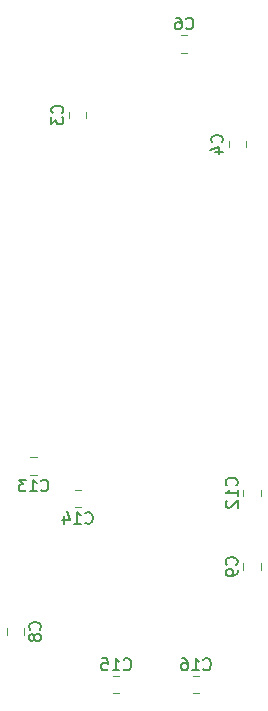
<source format=gbr>
%TF.GenerationSoftware,KiCad,Pcbnew,8.0.7*%
%TF.CreationDate,2025-04-02T17:47:29-05:00*%
%TF.ProjectId,FinalBoard,46696e61-6c42-46f6-9172-642e6b696361,rev?*%
%TF.SameCoordinates,Original*%
%TF.FileFunction,Legend,Bot*%
%TF.FilePolarity,Positive*%
%FSLAX46Y46*%
G04 Gerber Fmt 4.6, Leading zero omitted, Abs format (unit mm)*
G04 Created by KiCad (PCBNEW 8.0.7) date 2025-04-02 17:47:29*
%MOMM*%
%LPD*%
G01*
G04 APERTURE LIST*
%ADD10C,0.150000*%
%ADD11C,0.120000*%
G04 APERTURE END LIST*
D10*
X151642857Y-113179580D02*
X151690476Y-113227200D01*
X151690476Y-113227200D02*
X151833333Y-113274819D01*
X151833333Y-113274819D02*
X151928571Y-113274819D01*
X151928571Y-113274819D02*
X152071428Y-113227200D01*
X152071428Y-113227200D02*
X152166666Y-113131961D01*
X152166666Y-113131961D02*
X152214285Y-113036723D01*
X152214285Y-113036723D02*
X152261904Y-112846247D01*
X152261904Y-112846247D02*
X152261904Y-112703390D01*
X152261904Y-112703390D02*
X152214285Y-112512914D01*
X152214285Y-112512914D02*
X152166666Y-112417676D01*
X152166666Y-112417676D02*
X152071428Y-112322438D01*
X152071428Y-112322438D02*
X151928571Y-112274819D01*
X151928571Y-112274819D02*
X151833333Y-112274819D01*
X151833333Y-112274819D02*
X151690476Y-112322438D01*
X151690476Y-112322438D02*
X151642857Y-112370057D01*
X150690476Y-113274819D02*
X151261904Y-113274819D01*
X150976190Y-113274819D02*
X150976190Y-112274819D01*
X150976190Y-112274819D02*
X151071428Y-112417676D01*
X151071428Y-112417676D02*
X151166666Y-112512914D01*
X151166666Y-112512914D02*
X151261904Y-112560533D01*
X149833333Y-112274819D02*
X150023809Y-112274819D01*
X150023809Y-112274819D02*
X150119047Y-112322438D01*
X150119047Y-112322438D02*
X150166666Y-112370057D01*
X150166666Y-112370057D02*
X150261904Y-112512914D01*
X150261904Y-112512914D02*
X150309523Y-112703390D01*
X150309523Y-112703390D02*
X150309523Y-113084342D01*
X150309523Y-113084342D02*
X150261904Y-113179580D01*
X150261904Y-113179580D02*
X150214285Y-113227200D01*
X150214285Y-113227200D02*
X150119047Y-113274819D01*
X150119047Y-113274819D02*
X149928571Y-113274819D01*
X149928571Y-113274819D02*
X149833333Y-113227200D01*
X149833333Y-113227200D02*
X149785714Y-113179580D01*
X149785714Y-113179580D02*
X149738095Y-113084342D01*
X149738095Y-113084342D02*
X149738095Y-112846247D01*
X149738095Y-112846247D02*
X149785714Y-112751009D01*
X149785714Y-112751009D02*
X149833333Y-112703390D01*
X149833333Y-112703390D02*
X149928571Y-112655771D01*
X149928571Y-112655771D02*
X150119047Y-112655771D01*
X150119047Y-112655771D02*
X150214285Y-112703390D01*
X150214285Y-112703390D02*
X150261904Y-112751009D01*
X150261904Y-112751009D02*
X150309523Y-112846247D01*
X144892857Y-113179580D02*
X144940476Y-113227200D01*
X144940476Y-113227200D02*
X145083333Y-113274819D01*
X145083333Y-113274819D02*
X145178571Y-113274819D01*
X145178571Y-113274819D02*
X145321428Y-113227200D01*
X145321428Y-113227200D02*
X145416666Y-113131961D01*
X145416666Y-113131961D02*
X145464285Y-113036723D01*
X145464285Y-113036723D02*
X145511904Y-112846247D01*
X145511904Y-112846247D02*
X145511904Y-112703390D01*
X145511904Y-112703390D02*
X145464285Y-112512914D01*
X145464285Y-112512914D02*
X145416666Y-112417676D01*
X145416666Y-112417676D02*
X145321428Y-112322438D01*
X145321428Y-112322438D02*
X145178571Y-112274819D01*
X145178571Y-112274819D02*
X145083333Y-112274819D01*
X145083333Y-112274819D02*
X144940476Y-112322438D01*
X144940476Y-112322438D02*
X144892857Y-112370057D01*
X143940476Y-113274819D02*
X144511904Y-113274819D01*
X144226190Y-113274819D02*
X144226190Y-112274819D01*
X144226190Y-112274819D02*
X144321428Y-112417676D01*
X144321428Y-112417676D02*
X144416666Y-112512914D01*
X144416666Y-112512914D02*
X144511904Y-112560533D01*
X143035714Y-112274819D02*
X143511904Y-112274819D01*
X143511904Y-112274819D02*
X143559523Y-112751009D01*
X143559523Y-112751009D02*
X143511904Y-112703390D01*
X143511904Y-112703390D02*
X143416666Y-112655771D01*
X143416666Y-112655771D02*
X143178571Y-112655771D01*
X143178571Y-112655771D02*
X143083333Y-112703390D01*
X143083333Y-112703390D02*
X143035714Y-112751009D01*
X143035714Y-112751009D02*
X142988095Y-112846247D01*
X142988095Y-112846247D02*
X142988095Y-113084342D01*
X142988095Y-113084342D02*
X143035714Y-113179580D01*
X143035714Y-113179580D02*
X143083333Y-113227200D01*
X143083333Y-113227200D02*
X143178571Y-113274819D01*
X143178571Y-113274819D02*
X143416666Y-113274819D01*
X143416666Y-113274819D02*
X143511904Y-113227200D01*
X143511904Y-113227200D02*
X143559523Y-113179580D01*
X141642857Y-100789580D02*
X141690476Y-100837200D01*
X141690476Y-100837200D02*
X141833333Y-100884819D01*
X141833333Y-100884819D02*
X141928571Y-100884819D01*
X141928571Y-100884819D02*
X142071428Y-100837200D01*
X142071428Y-100837200D02*
X142166666Y-100741961D01*
X142166666Y-100741961D02*
X142214285Y-100646723D01*
X142214285Y-100646723D02*
X142261904Y-100456247D01*
X142261904Y-100456247D02*
X142261904Y-100313390D01*
X142261904Y-100313390D02*
X142214285Y-100122914D01*
X142214285Y-100122914D02*
X142166666Y-100027676D01*
X142166666Y-100027676D02*
X142071428Y-99932438D01*
X142071428Y-99932438D02*
X141928571Y-99884819D01*
X141928571Y-99884819D02*
X141833333Y-99884819D01*
X141833333Y-99884819D02*
X141690476Y-99932438D01*
X141690476Y-99932438D02*
X141642857Y-99980057D01*
X140690476Y-100884819D02*
X141261904Y-100884819D01*
X140976190Y-100884819D02*
X140976190Y-99884819D01*
X140976190Y-99884819D02*
X141071428Y-100027676D01*
X141071428Y-100027676D02*
X141166666Y-100122914D01*
X141166666Y-100122914D02*
X141261904Y-100170533D01*
X139833333Y-100218152D02*
X139833333Y-100884819D01*
X140071428Y-99837200D02*
X140309523Y-100551485D01*
X140309523Y-100551485D02*
X139690476Y-100551485D01*
X137892857Y-98039580D02*
X137940476Y-98087200D01*
X137940476Y-98087200D02*
X138083333Y-98134819D01*
X138083333Y-98134819D02*
X138178571Y-98134819D01*
X138178571Y-98134819D02*
X138321428Y-98087200D01*
X138321428Y-98087200D02*
X138416666Y-97991961D01*
X138416666Y-97991961D02*
X138464285Y-97896723D01*
X138464285Y-97896723D02*
X138511904Y-97706247D01*
X138511904Y-97706247D02*
X138511904Y-97563390D01*
X138511904Y-97563390D02*
X138464285Y-97372914D01*
X138464285Y-97372914D02*
X138416666Y-97277676D01*
X138416666Y-97277676D02*
X138321428Y-97182438D01*
X138321428Y-97182438D02*
X138178571Y-97134819D01*
X138178571Y-97134819D02*
X138083333Y-97134819D01*
X138083333Y-97134819D02*
X137940476Y-97182438D01*
X137940476Y-97182438D02*
X137892857Y-97230057D01*
X136940476Y-98134819D02*
X137511904Y-98134819D01*
X137226190Y-98134819D02*
X137226190Y-97134819D01*
X137226190Y-97134819D02*
X137321428Y-97277676D01*
X137321428Y-97277676D02*
X137416666Y-97372914D01*
X137416666Y-97372914D02*
X137511904Y-97420533D01*
X136607142Y-97134819D02*
X135988095Y-97134819D01*
X135988095Y-97134819D02*
X136321428Y-97515771D01*
X136321428Y-97515771D02*
X136178571Y-97515771D01*
X136178571Y-97515771D02*
X136083333Y-97563390D01*
X136083333Y-97563390D02*
X136035714Y-97611009D01*
X136035714Y-97611009D02*
X135988095Y-97706247D01*
X135988095Y-97706247D02*
X135988095Y-97944342D01*
X135988095Y-97944342D02*
X136035714Y-98039580D01*
X136035714Y-98039580D02*
X136083333Y-98087200D01*
X136083333Y-98087200D02*
X136178571Y-98134819D01*
X136178571Y-98134819D02*
X136464285Y-98134819D01*
X136464285Y-98134819D02*
X136559523Y-98087200D01*
X136559523Y-98087200D02*
X136607142Y-98039580D01*
X154429580Y-97607142D02*
X154477200Y-97559523D01*
X154477200Y-97559523D02*
X154524819Y-97416666D01*
X154524819Y-97416666D02*
X154524819Y-97321428D01*
X154524819Y-97321428D02*
X154477200Y-97178571D01*
X154477200Y-97178571D02*
X154381961Y-97083333D01*
X154381961Y-97083333D02*
X154286723Y-97035714D01*
X154286723Y-97035714D02*
X154096247Y-96988095D01*
X154096247Y-96988095D02*
X153953390Y-96988095D01*
X153953390Y-96988095D02*
X153762914Y-97035714D01*
X153762914Y-97035714D02*
X153667676Y-97083333D01*
X153667676Y-97083333D02*
X153572438Y-97178571D01*
X153572438Y-97178571D02*
X153524819Y-97321428D01*
X153524819Y-97321428D02*
X153524819Y-97416666D01*
X153524819Y-97416666D02*
X153572438Y-97559523D01*
X153572438Y-97559523D02*
X153620057Y-97607142D01*
X154524819Y-98559523D02*
X154524819Y-97988095D01*
X154524819Y-98273809D02*
X153524819Y-98273809D01*
X153524819Y-98273809D02*
X153667676Y-98178571D01*
X153667676Y-98178571D02*
X153762914Y-98083333D01*
X153762914Y-98083333D02*
X153810533Y-97988095D01*
X153620057Y-98940476D02*
X153572438Y-98988095D01*
X153572438Y-98988095D02*
X153524819Y-99083333D01*
X153524819Y-99083333D02*
X153524819Y-99321428D01*
X153524819Y-99321428D02*
X153572438Y-99416666D01*
X153572438Y-99416666D02*
X153620057Y-99464285D01*
X153620057Y-99464285D02*
X153715295Y-99511904D01*
X153715295Y-99511904D02*
X153810533Y-99511904D01*
X153810533Y-99511904D02*
X153953390Y-99464285D01*
X153953390Y-99464285D02*
X154524819Y-98892857D01*
X154524819Y-98892857D02*
X154524819Y-99511904D01*
X154429580Y-104333333D02*
X154477200Y-104285714D01*
X154477200Y-104285714D02*
X154524819Y-104142857D01*
X154524819Y-104142857D02*
X154524819Y-104047619D01*
X154524819Y-104047619D02*
X154477200Y-103904762D01*
X154477200Y-103904762D02*
X154381961Y-103809524D01*
X154381961Y-103809524D02*
X154286723Y-103761905D01*
X154286723Y-103761905D02*
X154096247Y-103714286D01*
X154096247Y-103714286D02*
X153953390Y-103714286D01*
X153953390Y-103714286D02*
X153762914Y-103761905D01*
X153762914Y-103761905D02*
X153667676Y-103809524D01*
X153667676Y-103809524D02*
X153572438Y-103904762D01*
X153572438Y-103904762D02*
X153524819Y-104047619D01*
X153524819Y-104047619D02*
X153524819Y-104142857D01*
X153524819Y-104142857D02*
X153572438Y-104285714D01*
X153572438Y-104285714D02*
X153620057Y-104333333D01*
X154524819Y-104809524D02*
X154524819Y-105000000D01*
X154524819Y-105000000D02*
X154477200Y-105095238D01*
X154477200Y-105095238D02*
X154429580Y-105142857D01*
X154429580Y-105142857D02*
X154286723Y-105238095D01*
X154286723Y-105238095D02*
X154096247Y-105285714D01*
X154096247Y-105285714D02*
X153715295Y-105285714D01*
X153715295Y-105285714D02*
X153620057Y-105238095D01*
X153620057Y-105238095D02*
X153572438Y-105190476D01*
X153572438Y-105190476D02*
X153524819Y-105095238D01*
X153524819Y-105095238D02*
X153524819Y-104904762D01*
X153524819Y-104904762D02*
X153572438Y-104809524D01*
X153572438Y-104809524D02*
X153620057Y-104761905D01*
X153620057Y-104761905D02*
X153715295Y-104714286D01*
X153715295Y-104714286D02*
X153953390Y-104714286D01*
X153953390Y-104714286D02*
X154048628Y-104761905D01*
X154048628Y-104761905D02*
X154096247Y-104809524D01*
X154096247Y-104809524D02*
X154143866Y-104904762D01*
X154143866Y-104904762D02*
X154143866Y-105095238D01*
X154143866Y-105095238D02*
X154096247Y-105190476D01*
X154096247Y-105190476D02*
X154048628Y-105238095D01*
X154048628Y-105238095D02*
X153953390Y-105285714D01*
X137789580Y-109833333D02*
X137837200Y-109785714D01*
X137837200Y-109785714D02*
X137884819Y-109642857D01*
X137884819Y-109642857D02*
X137884819Y-109547619D01*
X137884819Y-109547619D02*
X137837200Y-109404762D01*
X137837200Y-109404762D02*
X137741961Y-109309524D01*
X137741961Y-109309524D02*
X137646723Y-109261905D01*
X137646723Y-109261905D02*
X137456247Y-109214286D01*
X137456247Y-109214286D02*
X137313390Y-109214286D01*
X137313390Y-109214286D02*
X137122914Y-109261905D01*
X137122914Y-109261905D02*
X137027676Y-109309524D01*
X137027676Y-109309524D02*
X136932438Y-109404762D01*
X136932438Y-109404762D02*
X136884819Y-109547619D01*
X136884819Y-109547619D02*
X136884819Y-109642857D01*
X136884819Y-109642857D02*
X136932438Y-109785714D01*
X136932438Y-109785714D02*
X136980057Y-109833333D01*
X137313390Y-110404762D02*
X137265771Y-110309524D01*
X137265771Y-110309524D02*
X137218152Y-110261905D01*
X137218152Y-110261905D02*
X137122914Y-110214286D01*
X137122914Y-110214286D02*
X137075295Y-110214286D01*
X137075295Y-110214286D02*
X136980057Y-110261905D01*
X136980057Y-110261905D02*
X136932438Y-110309524D01*
X136932438Y-110309524D02*
X136884819Y-110404762D01*
X136884819Y-110404762D02*
X136884819Y-110595238D01*
X136884819Y-110595238D02*
X136932438Y-110690476D01*
X136932438Y-110690476D02*
X136980057Y-110738095D01*
X136980057Y-110738095D02*
X137075295Y-110785714D01*
X137075295Y-110785714D02*
X137122914Y-110785714D01*
X137122914Y-110785714D02*
X137218152Y-110738095D01*
X137218152Y-110738095D02*
X137265771Y-110690476D01*
X137265771Y-110690476D02*
X137313390Y-110595238D01*
X137313390Y-110595238D02*
X137313390Y-110404762D01*
X137313390Y-110404762D02*
X137361009Y-110309524D01*
X137361009Y-110309524D02*
X137408628Y-110261905D01*
X137408628Y-110261905D02*
X137503866Y-110214286D01*
X137503866Y-110214286D02*
X137694342Y-110214286D01*
X137694342Y-110214286D02*
X137789580Y-110261905D01*
X137789580Y-110261905D02*
X137837200Y-110309524D01*
X137837200Y-110309524D02*
X137884819Y-110404762D01*
X137884819Y-110404762D02*
X137884819Y-110595238D01*
X137884819Y-110595238D02*
X137837200Y-110690476D01*
X137837200Y-110690476D02*
X137789580Y-110738095D01*
X137789580Y-110738095D02*
X137694342Y-110785714D01*
X137694342Y-110785714D02*
X137503866Y-110785714D01*
X137503866Y-110785714D02*
X137408628Y-110738095D01*
X137408628Y-110738095D02*
X137361009Y-110690476D01*
X137361009Y-110690476D02*
X137313390Y-110595238D01*
X150166666Y-58929580D02*
X150214285Y-58977200D01*
X150214285Y-58977200D02*
X150357142Y-59024819D01*
X150357142Y-59024819D02*
X150452380Y-59024819D01*
X150452380Y-59024819D02*
X150595237Y-58977200D01*
X150595237Y-58977200D02*
X150690475Y-58881961D01*
X150690475Y-58881961D02*
X150738094Y-58786723D01*
X150738094Y-58786723D02*
X150785713Y-58596247D01*
X150785713Y-58596247D02*
X150785713Y-58453390D01*
X150785713Y-58453390D02*
X150738094Y-58262914D01*
X150738094Y-58262914D02*
X150690475Y-58167676D01*
X150690475Y-58167676D02*
X150595237Y-58072438D01*
X150595237Y-58072438D02*
X150452380Y-58024819D01*
X150452380Y-58024819D02*
X150357142Y-58024819D01*
X150357142Y-58024819D02*
X150214285Y-58072438D01*
X150214285Y-58072438D02*
X150166666Y-58120057D01*
X149309523Y-58024819D02*
X149499999Y-58024819D01*
X149499999Y-58024819D02*
X149595237Y-58072438D01*
X149595237Y-58072438D02*
X149642856Y-58120057D01*
X149642856Y-58120057D02*
X149738094Y-58262914D01*
X149738094Y-58262914D02*
X149785713Y-58453390D01*
X149785713Y-58453390D02*
X149785713Y-58834342D01*
X149785713Y-58834342D02*
X149738094Y-58929580D01*
X149738094Y-58929580D02*
X149690475Y-58977200D01*
X149690475Y-58977200D02*
X149595237Y-59024819D01*
X149595237Y-59024819D02*
X149404761Y-59024819D01*
X149404761Y-59024819D02*
X149309523Y-58977200D01*
X149309523Y-58977200D02*
X149261904Y-58929580D01*
X149261904Y-58929580D02*
X149214285Y-58834342D01*
X149214285Y-58834342D02*
X149214285Y-58596247D01*
X149214285Y-58596247D02*
X149261904Y-58501009D01*
X149261904Y-58501009D02*
X149309523Y-58453390D01*
X149309523Y-58453390D02*
X149404761Y-58405771D01*
X149404761Y-58405771D02*
X149595237Y-58405771D01*
X149595237Y-58405771D02*
X149690475Y-58453390D01*
X149690475Y-58453390D02*
X149738094Y-58501009D01*
X149738094Y-58501009D02*
X149785713Y-58596247D01*
X153179580Y-68583333D02*
X153227200Y-68535714D01*
X153227200Y-68535714D02*
X153274819Y-68392857D01*
X153274819Y-68392857D02*
X153274819Y-68297619D01*
X153274819Y-68297619D02*
X153227200Y-68154762D01*
X153227200Y-68154762D02*
X153131961Y-68059524D01*
X153131961Y-68059524D02*
X153036723Y-68011905D01*
X153036723Y-68011905D02*
X152846247Y-67964286D01*
X152846247Y-67964286D02*
X152703390Y-67964286D01*
X152703390Y-67964286D02*
X152512914Y-68011905D01*
X152512914Y-68011905D02*
X152417676Y-68059524D01*
X152417676Y-68059524D02*
X152322438Y-68154762D01*
X152322438Y-68154762D02*
X152274819Y-68297619D01*
X152274819Y-68297619D02*
X152274819Y-68392857D01*
X152274819Y-68392857D02*
X152322438Y-68535714D01*
X152322438Y-68535714D02*
X152370057Y-68583333D01*
X152608152Y-69440476D02*
X153274819Y-69440476D01*
X152227200Y-69202381D02*
X152941485Y-68964286D01*
X152941485Y-68964286D02*
X152941485Y-69583333D01*
X139679580Y-66083333D02*
X139727200Y-66035714D01*
X139727200Y-66035714D02*
X139774819Y-65892857D01*
X139774819Y-65892857D02*
X139774819Y-65797619D01*
X139774819Y-65797619D02*
X139727200Y-65654762D01*
X139727200Y-65654762D02*
X139631961Y-65559524D01*
X139631961Y-65559524D02*
X139536723Y-65511905D01*
X139536723Y-65511905D02*
X139346247Y-65464286D01*
X139346247Y-65464286D02*
X139203390Y-65464286D01*
X139203390Y-65464286D02*
X139012914Y-65511905D01*
X139012914Y-65511905D02*
X138917676Y-65559524D01*
X138917676Y-65559524D02*
X138822438Y-65654762D01*
X138822438Y-65654762D02*
X138774819Y-65797619D01*
X138774819Y-65797619D02*
X138774819Y-65892857D01*
X138774819Y-65892857D02*
X138822438Y-66035714D01*
X138822438Y-66035714D02*
X138870057Y-66083333D01*
X138774819Y-66416667D02*
X138774819Y-67035714D01*
X138774819Y-67035714D02*
X139155771Y-66702381D01*
X139155771Y-66702381D02*
X139155771Y-66845238D01*
X139155771Y-66845238D02*
X139203390Y-66940476D01*
X139203390Y-66940476D02*
X139251009Y-66988095D01*
X139251009Y-66988095D02*
X139346247Y-67035714D01*
X139346247Y-67035714D02*
X139584342Y-67035714D01*
X139584342Y-67035714D02*
X139679580Y-66988095D01*
X139679580Y-66988095D02*
X139727200Y-66940476D01*
X139727200Y-66940476D02*
X139774819Y-66845238D01*
X139774819Y-66845238D02*
X139774819Y-66559524D01*
X139774819Y-66559524D02*
X139727200Y-66464286D01*
X139727200Y-66464286D02*
X139679580Y-66416667D01*
D11*
%TO.C,C16*%
X150738748Y-113765000D02*
X151261252Y-113765000D01*
X150738748Y-115235000D02*
X151261252Y-115235000D01*
%TO.C,C15*%
X143988748Y-113765000D02*
X144511252Y-113765000D01*
X143988748Y-115235000D02*
X144511252Y-115235000D01*
%TO.C,C14*%
X141261252Y-99485000D02*
X140738748Y-99485000D01*
X141261252Y-98015000D02*
X140738748Y-98015000D01*
%TO.C,C13*%
X137511252Y-96735000D02*
X136988748Y-96735000D01*
X137511252Y-95265000D02*
X136988748Y-95265000D01*
%TO.C,C12*%
X155015000Y-98511252D02*
X155015000Y-97988748D01*
X156485000Y-98511252D02*
X156485000Y-97988748D01*
%TO.C,C9*%
X155015000Y-104761252D02*
X155015000Y-104238748D01*
X156485000Y-104761252D02*
X156485000Y-104238748D01*
%TO.C,C8*%
X136485000Y-109738748D02*
X136485000Y-110261252D01*
X135015000Y-109738748D02*
X135015000Y-110261252D01*
%TO.C,C6*%
X149738748Y-59515000D02*
X150261252Y-59515000D01*
X149738748Y-60985000D02*
X150261252Y-60985000D01*
%TO.C,C4*%
X153765000Y-69011252D02*
X153765000Y-68488748D01*
X155235000Y-69011252D02*
X155235000Y-68488748D01*
%TO.C,C3*%
X140265000Y-66511252D02*
X140265000Y-65988748D01*
X141735000Y-66511252D02*
X141735000Y-65988748D01*
%TD*%
M02*

</source>
